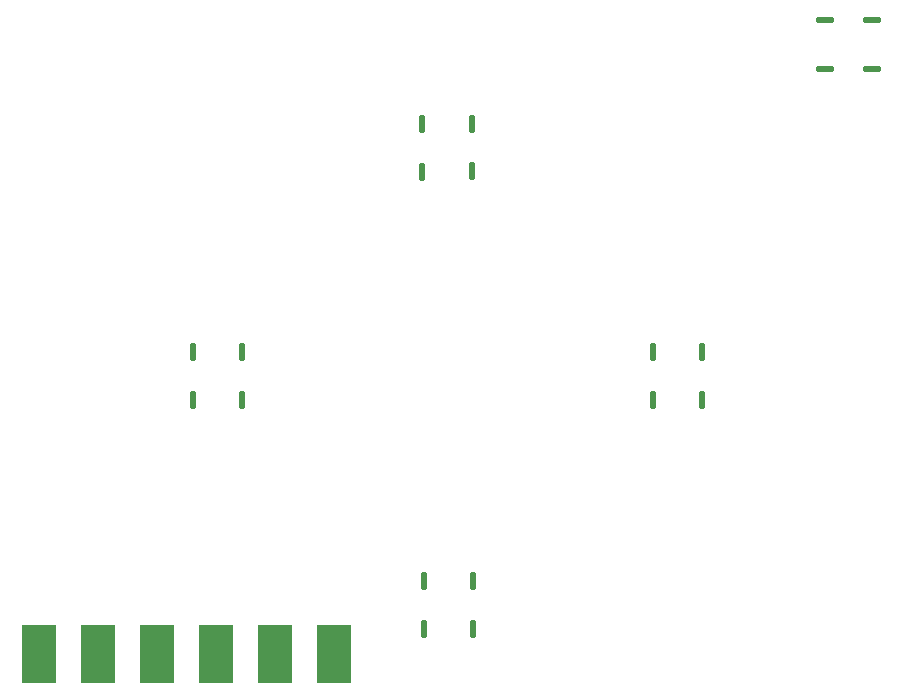
<source format=gbr>
%TF.GenerationSoftware,KiCad,Pcbnew,6.0.2+dfsg-1*%
%TF.CreationDate,2022-10-15T23:12:02-07:00*%
%TF.ProjectId,CX40-Replacement,43583430-2d52-4657-906c-6163656d656e,rev?*%
%TF.SameCoordinates,Original*%
%TF.FileFunction,Soldermask,Top*%
%TF.FilePolarity,Negative*%
%FSLAX46Y46*%
G04 Gerber Fmt 4.6, Leading zero omitted, Abs format (unit mm)*
G04 Created by KiCad (PCBNEW 6.0.2+dfsg-1) date 2022-10-15 23:12:02*
%MOMM*%
%LPD*%
G01*
G04 APERTURE LIST*
G04 Aperture macros list*
%AMRoundRect*
0 Rectangle with rounded corners*
0 $1 Rounding radius*
0 $2 $3 $4 $5 $6 $7 $8 $9 X,Y pos of 4 corners*
0 Add a 4 corners polygon primitive as box body*
4,1,4,$2,$3,$4,$5,$6,$7,$8,$9,$2,$3,0*
0 Add four circle primitives for the rounded corners*
1,1,$1+$1,$2,$3*
1,1,$1+$1,$4,$5*
1,1,$1+$1,$6,$7*
1,1,$1+$1,$8,$9*
0 Add four rect primitives between the rounded corners*
20,1,$1+$1,$2,$3,$4,$5,0*
20,1,$1+$1,$4,$5,$6,$7,0*
20,1,$1+$1,$6,$7,$8,$9,0*
20,1,$1+$1,$8,$9,$2,$3,0*%
G04 Aperture macros list end*
%ADD10RoundRect,0.125000X-0.125000X0.625000X-0.125000X-0.625000X0.125000X-0.625000X0.125000X0.625000X0*%
%ADD11RoundRect,0.125000X0.125000X-0.625000X0.125000X0.625000X-0.125000X0.625000X-0.125000X-0.625000X0*%
%ADD12R,3.000000X5.000000*%
%ADD13RoundRect,0.125000X-0.625000X-0.125000X0.625000X-0.125000X0.625000X0.125000X-0.625000X0.125000X0*%
G04 APERTURE END LIST*
D10*
%TO.C,L1*%
X152100000Y-86625000D03*
X152100000Y-90625000D03*
X147950000Y-86625000D03*
X147950000Y-90675000D03*
%TD*%
D11*
%TO.C,U1*%
X167500000Y-105975000D03*
X167500000Y-109975000D03*
X171650000Y-105925000D03*
X171650000Y-109975000D03*
%TD*%
D12*
%TO.C,H0*%
X115500000Y-131500000D03*
X120500000Y-131500000D03*
X125500000Y-131500000D03*
X130500000Y-131500000D03*
X135500000Y-131500000D03*
X140500000Y-131500000D03*
%TD*%
D13*
%TO.C,F1*%
X182000000Y-77800000D03*
X186000000Y-77800000D03*
X182000000Y-81950000D03*
X186050000Y-81950000D03*
%TD*%
D11*
%TO.C,D1*%
X128500000Y-109975000D03*
X128500000Y-105975000D03*
X132650000Y-109975000D03*
X132650000Y-105925000D03*
%TD*%
%TO.C,R1*%
X148100000Y-129375000D03*
X148100000Y-125375000D03*
X152250000Y-129375000D03*
X152250000Y-125325000D03*
%TD*%
M02*

</source>
